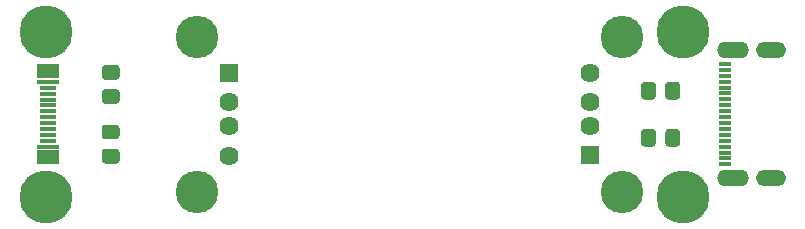
<source format=gbr>
%TF.GenerationSoftware,KiCad,Pcbnew,5.1.6-c6e7f7d~87~ubuntu18.04.1*%
%TF.CreationDate,2020-09-20T16:09:31-04:00*%
%TF.ProjectId,bt500-usbc,62743530-302d-4757-9362-632e6b696361,rev?*%
%TF.SameCoordinates,Original*%
%TF.FileFunction,Soldermask,Top*%
%TF.FilePolarity,Negative*%
%FSLAX46Y46*%
G04 Gerber Fmt 4.6, Leading zero omitted, Abs format (unit mm)*
G04 Created by KiCad (PCBNEW 5.1.6-c6e7f7d~87~ubuntu18.04.1) date 2020-09-20 16:09:31*
%MOMM*%
%LPD*%
G01*
G04 APERTURE LIST*
%ADD10O,2.550000X1.325000*%
%ADD11O,2.700000X1.400000*%
%ADD12R,1.000000X0.400000*%
%ADD13R,1.950000X0.400000*%
%ADD14R,1.350000X0.400000*%
%ADD15R,1.950000X1.280000*%
%ADD16C,1.624000*%
%ADD17R,1.624000X1.624000*%
%ADD18C,3.600000*%
%ADD19C,4.500000*%
G04 APERTURE END LIST*
D10*
%TO.C,J2*%
X181630000Y-101640000D03*
X181630000Y-90840000D03*
D11*
X178400000Y-101640000D03*
X178400000Y-90840000D03*
D12*
X177780000Y-91990000D03*
X177780000Y-100490000D03*
X177780000Y-99490000D03*
X177780000Y-98490000D03*
X177780000Y-97490000D03*
X177780000Y-96490000D03*
X177780000Y-95990000D03*
X177780000Y-94990000D03*
X177780000Y-93990000D03*
X177780000Y-92990000D03*
X177780000Y-92490000D03*
X177780000Y-93490000D03*
X177780000Y-94490000D03*
X177780000Y-95490000D03*
X177780000Y-96990000D03*
X177780000Y-97990000D03*
X177780000Y-98990000D03*
X177780000Y-99990000D03*
%TD*%
D13*
%TO.C,J1*%
X120475000Y-93500000D03*
D14*
X120475000Y-94000000D03*
X120475000Y-94500000D03*
X120475000Y-95000000D03*
X120475000Y-95500000D03*
X120475000Y-96000000D03*
X120475000Y-96500000D03*
X120475000Y-97000000D03*
X120475000Y-97500000D03*
X120475000Y-98000000D03*
X120475000Y-98500000D03*
D13*
X120475000Y-99000000D03*
D15*
X120475000Y-92610000D03*
X120475000Y-99890000D03*
%TD*%
%TO.C,R4*%
G36*
G01*
X171903125Y-93771738D02*
X171903125Y-94728262D01*
G75*
G02*
X171631387Y-95000000I-271738J0D01*
G01*
X170924863Y-95000000D01*
G75*
G02*
X170653125Y-94728262I0J271738D01*
G01*
X170653125Y-93771738D01*
G75*
G02*
X170924863Y-93500000I271738J0D01*
G01*
X171631387Y-93500000D01*
G75*
G02*
X171903125Y-93771738I0J-271738D01*
G01*
G37*
G36*
G01*
X173953125Y-93771738D02*
X173953125Y-94728262D01*
G75*
G02*
X173681387Y-95000000I-271738J0D01*
G01*
X172974863Y-95000000D01*
G75*
G02*
X172703125Y-94728262I0J271738D01*
G01*
X172703125Y-93771738D01*
G75*
G02*
X172974863Y-93500000I271738J0D01*
G01*
X173681387Y-93500000D01*
G75*
G02*
X173953125Y-93771738I0J-271738D01*
G01*
G37*
%TD*%
%TO.C,R3*%
G36*
G01*
X171903125Y-97771738D02*
X171903125Y-98728262D01*
G75*
G02*
X171631387Y-99000000I-271738J0D01*
G01*
X170924863Y-99000000D01*
G75*
G02*
X170653125Y-98728262I0J271738D01*
G01*
X170653125Y-97771738D01*
G75*
G02*
X170924863Y-97500000I271738J0D01*
G01*
X171631387Y-97500000D01*
G75*
G02*
X171903125Y-97771738I0J-271738D01*
G01*
G37*
G36*
G01*
X173953125Y-97771738D02*
X173953125Y-98728262D01*
G75*
G02*
X173681387Y-99000000I-271738J0D01*
G01*
X172974863Y-99000000D01*
G75*
G02*
X172703125Y-98728262I0J271738D01*
G01*
X172703125Y-97771738D01*
G75*
G02*
X172974863Y-97500000I271738J0D01*
G01*
X173681387Y-97500000D01*
G75*
G02*
X173953125Y-97771738I0J-271738D01*
G01*
G37*
%TD*%
%TO.C,R2*%
G36*
G01*
X126228262Y-93325000D02*
X125271738Y-93325000D01*
G75*
G02*
X125000000Y-93053262I0J271738D01*
G01*
X125000000Y-92346738D01*
G75*
G02*
X125271738Y-92075000I271738J0D01*
G01*
X126228262Y-92075000D01*
G75*
G02*
X126500000Y-92346738I0J-271738D01*
G01*
X126500000Y-93053262D01*
G75*
G02*
X126228262Y-93325000I-271738J0D01*
G01*
G37*
G36*
G01*
X126228262Y-95375000D02*
X125271738Y-95375000D01*
G75*
G02*
X125000000Y-95103262I0J271738D01*
G01*
X125000000Y-94396738D01*
G75*
G02*
X125271738Y-94125000I271738J0D01*
G01*
X126228262Y-94125000D01*
G75*
G02*
X126500000Y-94396738I0J-271738D01*
G01*
X126500000Y-95103262D01*
G75*
G02*
X126228262Y-95375000I-271738J0D01*
G01*
G37*
%TD*%
%TO.C,R1*%
G36*
G01*
X125271738Y-99175000D02*
X126228262Y-99175000D01*
G75*
G02*
X126500000Y-99446738I0J-271738D01*
G01*
X126500000Y-100153262D01*
G75*
G02*
X126228262Y-100425000I-271738J0D01*
G01*
X125271738Y-100425000D01*
G75*
G02*
X125000000Y-100153262I0J271738D01*
G01*
X125000000Y-99446738D01*
G75*
G02*
X125271738Y-99175000I271738J0D01*
G01*
G37*
G36*
G01*
X125271738Y-97125000D02*
X126228262Y-97125000D01*
G75*
G02*
X126500000Y-97396738I0J-271738D01*
G01*
X126500000Y-98103262D01*
G75*
G02*
X126228262Y-98375000I-271738J0D01*
G01*
X125271738Y-98375000D01*
G75*
G02*
X125000000Y-98103262I0J271738D01*
G01*
X125000000Y-97396738D01*
G75*
G02*
X125271738Y-97125000I271738J0D01*
G01*
G37*
%TD*%
D16*
%TO.C,P2*%
X166328125Y-92740000D03*
X166328125Y-95240000D03*
X166328125Y-97240000D03*
D17*
X166328125Y-99740000D03*
D18*
X169038125Y-102810000D03*
X169038125Y-89670000D03*
%TD*%
D16*
%TO.C,P1*%
X135750000Y-99750000D03*
X135750000Y-97250000D03*
X135750000Y-95250000D03*
D17*
X135750000Y-92750000D03*
D18*
X133040000Y-89680000D03*
X133040000Y-102820000D03*
%TD*%
D19*
%TO.C,H4*%
X174172000Y-103250000D03*
%TD*%
%TO.C,H3*%
X174172000Y-89250000D03*
%TD*%
%TO.C,H2*%
X120250000Y-103250000D03*
%TD*%
%TO.C,H1*%
X120250000Y-89250000D03*
%TD*%
M02*

</source>
